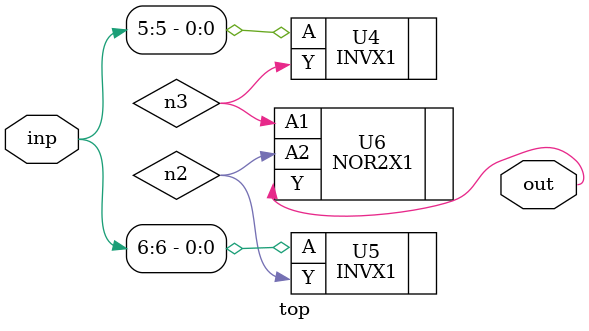
<source format=sv>


module top ( inp, out );
  input [6:0] inp;
  output out;
  wire   n2, n3;

  INVX1 U4 ( .A(inp[5]), .Y(n3) );
  INVX1 U5 ( .A(inp[6]), .Y(n2) );
  NOR2X1 U6 ( .A1(n3), .A2(n2), .Y(out) );
endmodule


</source>
